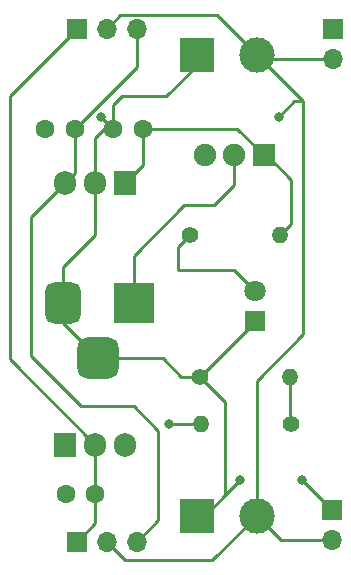
<source format=gtl>
%TF.GenerationSoftware,KiCad,Pcbnew,7.0.6-7.0.6~ubuntu22.10.1*%
%TF.CreationDate,2023-08-25T09:43:34+03:00*%
%TF.ProjectId,Power Supply Module,506f7765-7220-4537-9570-706c79204d6f,rev?*%
%TF.SameCoordinates,Original*%
%TF.FileFunction,Copper,L1,Top*%
%TF.FilePolarity,Positive*%
%FSLAX46Y46*%
G04 Gerber Fmt 4.6, Leading zero omitted, Abs format (unit mm)*
G04 Created by KiCad (PCBNEW 7.0.6-7.0.6~ubuntu22.10.1) date 2023-08-25 09:43:34*
%MOMM*%
%LPD*%
G01*
G04 APERTURE LIST*
G04 Aperture macros list*
%AMRoundRect*
0 Rectangle with rounded corners*
0 $1 Rounding radius*
0 $2 $3 $4 $5 $6 $7 $8 $9 X,Y pos of 4 corners*
0 Add a 4 corners polygon primitive as box body*
4,1,4,$2,$3,$4,$5,$6,$7,$8,$9,$2,$3,0*
0 Add four circle primitives for the rounded corners*
1,1,$1+$1,$2,$3*
1,1,$1+$1,$4,$5*
1,1,$1+$1,$6,$7*
1,1,$1+$1,$8,$9*
0 Add four rect primitives between the rounded corners*
20,1,$1+$1,$2,$3,$4,$5,0*
20,1,$1+$1,$4,$5,$6,$7,0*
20,1,$1+$1,$6,$7,$8,$9,0*
20,1,$1+$1,$8,$9,$2,$3,0*%
G04 Aperture macros list end*
%TA.AperFunction,ComponentPad*%
%ADD10R,1.905000X2.000000*%
%TD*%
%TA.AperFunction,ComponentPad*%
%ADD11O,1.905000X2.000000*%
%TD*%
%TA.AperFunction,ComponentPad*%
%ADD12R,1.900000X1.900000*%
%TD*%
%TA.AperFunction,ComponentPad*%
%ADD13C,1.900000*%
%TD*%
%TA.AperFunction,ComponentPad*%
%ADD14R,1.800000X1.800000*%
%TD*%
%TA.AperFunction,ComponentPad*%
%ADD15C,1.800000*%
%TD*%
%TA.AperFunction,ComponentPad*%
%ADD16C,1.600000*%
%TD*%
%TA.AperFunction,ComponentPad*%
%ADD17C,1.400000*%
%TD*%
%TA.AperFunction,ComponentPad*%
%ADD18O,1.400000X1.400000*%
%TD*%
%TA.AperFunction,ComponentPad*%
%ADD19RoundRect,0.875000X-0.875000X-0.875000X0.875000X-0.875000X0.875000X0.875000X-0.875000X0.875000X0*%
%TD*%
%TA.AperFunction,ComponentPad*%
%ADD20RoundRect,0.750000X-0.750000X-1.000000X0.750000X-1.000000X0.750000X1.000000X-0.750000X1.000000X0*%
%TD*%
%TA.AperFunction,ComponentPad*%
%ADD21R,3.500000X3.500000*%
%TD*%
%TA.AperFunction,ComponentPad*%
%ADD22R,1.700000X1.700000*%
%TD*%
%TA.AperFunction,ComponentPad*%
%ADD23O,1.700000X1.700000*%
%TD*%
%TA.AperFunction,ComponentPad*%
%ADD24C,3.000000*%
%TD*%
%TA.AperFunction,ComponentPad*%
%ADD25R,3.000000X3.000000*%
%TD*%
%TA.AperFunction,ViaPad*%
%ADD26C,0.800000*%
%TD*%
%TA.AperFunction,Conductor*%
%ADD27C,0.250000*%
%TD*%
G04 APERTURE END LIST*
D10*
%TO.P,U2,1,VI*%
%TO.N,/12V*%
X179540000Y-74805000D03*
D11*
%TO.P,U2,2,GND*%
%TO.N,GND*%
X177000000Y-74805000D03*
%TO.P,U2,3,VO*%
%TO.N,/5V*%
X174460000Y-74805000D03*
%TD*%
D12*
%TO.P,S1,1*%
%TO.N,/12V*%
X191250000Y-72500000D03*
D13*
%TO.P,S1,2*%
%TO.N,/PWR_input*%
X188750000Y-72500000D03*
%TO.P,S1,3*%
%TO.N,unconnected-(S1-Pad3)*%
X186250000Y-72500000D03*
%TD*%
D14*
%TO.P,D1,1,K*%
%TO.N,GND*%
X190500000Y-86525000D03*
D15*
%TO.P,D1,2,A*%
%TO.N,Net-(D1-A)*%
X190500000Y-83985000D03*
%TD*%
D16*
%TO.P,C2,1*%
%TO.N,/3.3V*%
X177000000Y-101200000D03*
%TO.P,C2,2*%
%TO.N,GND*%
X174500000Y-101200000D03*
%TD*%
D17*
%TO.P,R1,1*%
%TO.N,Net-(D1-A)*%
X185000000Y-79250000D03*
D18*
%TO.P,R1,2*%
%TO.N,/12V*%
X192620000Y-79250000D03*
%TD*%
D19*
%TO.P,J1,3*%
%TO.N,GND*%
X177250000Y-89700000D03*
D20*
%TO.P,J1,2*%
X174250000Y-85000000D03*
D21*
%TO.P,J1,1*%
%TO.N,/PWR_input*%
X180250000Y-85000000D03*
%TD*%
D10*
%TO.P,U1,1,ADJ*%
%TO.N,Net-(U1-ADJ)*%
X174460000Y-97000000D03*
D11*
%TO.P,U1,2,VO*%
%TO.N,/3.3V*%
X177000000Y-97000000D03*
%TO.P,U1,3,VI*%
%TO.N,/12V*%
X179540000Y-97000000D03*
%TD*%
D22*
%TO.P,J6,1,Pin_1*%
%TO.N,GND*%
X197100000Y-61800000D03*
D23*
%TO.P,J6,2,Pin_2*%
%TO.N,/PWR_input*%
X197100000Y-64340000D03*
%TD*%
D22*
%TO.P,J4,1,Pin_1*%
%TO.N,GND*%
X197000000Y-102525000D03*
D23*
%TO.P,J4,2,Pin_2*%
%TO.N,/PWR_input*%
X197000000Y-105065000D03*
%TD*%
D22*
%TO.P,J3,1,Pin_1*%
%TO.N,/3.3V*%
X175400000Y-61800000D03*
D23*
%TO.P,J3,2,Pin_2*%
%TO.N,/PWR_input*%
X177940000Y-61800000D03*
%TO.P,J3,3,Pin_3*%
%TO.N,/5V*%
X180480000Y-61800000D03*
%TD*%
D24*
%TO.P,J5,2,Pin_2*%
%TO.N,/PWR_input*%
X190640000Y-103000000D03*
D25*
%TO.P,J5,1,Pin_1*%
%TO.N,GND*%
X185560000Y-103000000D03*
%TD*%
D17*
%TO.P,R2,1*%
%TO.N,Net-(U1-ADJ)*%
X193560000Y-95250000D03*
D18*
%TO.P,R2,2*%
%TO.N,/3.3V*%
X185940000Y-95250000D03*
%TD*%
D24*
%TO.P,J2,2,Pin_2*%
%TO.N,/PWR_input*%
X190640000Y-64000000D03*
D25*
%TO.P,J2,1,Pin_1*%
%TO.N,GND*%
X185560000Y-64000000D03*
%TD*%
D17*
%TO.P,R3,1*%
%TO.N,GND*%
X185880000Y-91250000D03*
D18*
%TO.P,R3,2*%
%TO.N,Net-(U1-ADJ)*%
X193500000Y-91250000D03*
%TD*%
D16*
%TO.P,C1,1*%
%TO.N,/12V*%
X181000000Y-70250000D03*
%TO.P,C1,2*%
%TO.N,GND*%
X178500000Y-70250000D03*
%TD*%
%TO.P,C3,1*%
%TO.N,/5V*%
X175250000Y-70250000D03*
%TO.P,C3,2*%
%TO.N,GND*%
X172750000Y-70250000D03*
%TD*%
D22*
%TO.P,J7,1,Pin_1*%
%TO.N,/3.3V*%
X175400000Y-105200000D03*
D23*
%TO.P,J7,2,Pin_2*%
%TO.N,/PWR_input*%
X177940000Y-105200000D03*
%TO.P,J7,3,Pin_3*%
%TO.N,/5V*%
X180480000Y-105200000D03*
%TD*%
D26*
%TO.N,GND*%
X189250000Y-100000000D03*
X194500000Y-100000000D03*
X177500000Y-69250000D03*
%TO.N,/PWR_input*%
X192500000Y-69250000D03*
%TO.N,/3.3V*%
X183250000Y-95250000D03*
%TD*%
D27*
%TO.N,GND*%
X190500000Y-86525000D02*
X190500000Y-86630000D01*
X190500000Y-86630000D02*
X185880000Y-91250000D01*
%TO.N,Net-(D1-A)*%
X184000000Y-80250000D02*
X184000000Y-82250000D01*
X185000000Y-79250000D02*
X184000000Y-80250000D01*
X184000000Y-82250000D02*
X188765000Y-82250000D01*
X188765000Y-82250000D02*
X190500000Y-83985000D01*
%TO.N,GND*%
X197000000Y-102525000D02*
X197000000Y-102500000D01*
X197000000Y-102500000D02*
X194500000Y-100000000D01*
X189250000Y-100000000D02*
X188000000Y-101250000D01*
X188000000Y-93370000D02*
X188000000Y-101250000D01*
X185880000Y-91250000D02*
X188000000Y-93370000D01*
X188000000Y-101250000D02*
X186250000Y-103000000D01*
X186250000Y-103000000D02*
X185560000Y-103000000D01*
X182700000Y-89700000D02*
X184250000Y-91250000D01*
X177250000Y-89700000D02*
X182700000Y-89700000D01*
X184250000Y-91250000D02*
X185880000Y-91250000D01*
X174250000Y-85000000D02*
X174250000Y-86700000D01*
X174250000Y-86700000D02*
X177250000Y-89700000D01*
X177000000Y-74805000D02*
X177000000Y-79250000D01*
X177000000Y-79250000D02*
X174250000Y-82000000D01*
X174250000Y-82000000D02*
X174250000Y-85000000D01*
X178500000Y-70250000D02*
X177500000Y-69250000D01*
X177750000Y-70250000D02*
X177000000Y-71000000D01*
X177000000Y-71000000D02*
X177000000Y-74805000D01*
X178500000Y-70250000D02*
X177750000Y-70250000D01*
X185560000Y-64000000D02*
X185560000Y-64940000D01*
X178500000Y-68250000D02*
X178500000Y-70250000D01*
X185560000Y-64940000D02*
X183000000Y-67500000D01*
X179250000Y-67500000D02*
X178500000Y-68250000D01*
X183000000Y-67500000D02*
X179250000Y-67500000D01*
%TO.N,/PWR_input*%
X193805000Y-67945000D02*
X194585000Y-67945000D01*
X192500000Y-69250000D02*
X193805000Y-67945000D01*
X188750000Y-72500000D02*
X188750000Y-75000000D01*
X188750000Y-75000000D02*
X187000000Y-76750000D01*
X187000000Y-76750000D02*
X184500000Y-76750000D01*
X184500000Y-76750000D02*
X180250000Y-81000000D01*
X180250000Y-81000000D02*
X180250000Y-85000000D01*
X177940000Y-105200000D02*
X179490000Y-106750000D01*
X179490000Y-106750000D02*
X186890000Y-106750000D01*
X186890000Y-106750000D02*
X190640000Y-103000000D01*
%TO.N,/12V*%
X191250000Y-72500000D02*
X191500000Y-72500000D01*
X193560000Y-74560000D02*
X193560000Y-78310000D01*
X191500000Y-72500000D02*
X193560000Y-74560000D01*
X193560000Y-78310000D02*
X192620000Y-79250000D01*
%TO.N,/PWR_input*%
X190640000Y-64000000D02*
X194585000Y-67945000D01*
X190640000Y-91610000D02*
X190640000Y-103000000D01*
X194585000Y-67945000D02*
X194585000Y-87665000D01*
X194585000Y-87665000D02*
X190640000Y-91610000D01*
X190640000Y-103000000D02*
X192705000Y-105065000D01*
X192705000Y-105065000D02*
X197000000Y-105065000D01*
%TO.N,/3.3V*%
X177000000Y-101200000D02*
X177000000Y-103600000D01*
X177000000Y-103600000D02*
X175400000Y-105200000D01*
X177000000Y-101200000D02*
X177000000Y-97000000D01*
X185940000Y-95250000D02*
X183250000Y-95250000D01*
%TO.N,/5V*%
X175750000Y-93750000D02*
X171500000Y-89500000D01*
X180250000Y-93750000D02*
X175750000Y-93750000D01*
X180480000Y-105200000D02*
X182325000Y-103355000D01*
X182325000Y-103355000D02*
X182325000Y-95825000D01*
X182325000Y-95825000D02*
X180250000Y-93750000D01*
X171500000Y-89500000D02*
X171500000Y-77765000D01*
X171500000Y-77765000D02*
X174460000Y-74805000D01*
%TO.N,Net-(U1-ADJ)*%
X193500000Y-91250000D02*
X193500000Y-95190000D01*
X193500000Y-95190000D02*
X193560000Y-95250000D01*
%TO.N,/5V*%
X175250000Y-70250000D02*
X175250000Y-74015000D01*
X175250000Y-74015000D02*
X174460000Y-74805000D01*
%TO.N,/12V*%
X181000000Y-70250000D02*
X181000000Y-73345000D01*
X181000000Y-73345000D02*
X179540000Y-74805000D01*
X181000000Y-70250000D02*
X189000000Y-70250000D01*
X189000000Y-70250000D02*
X191250000Y-72500000D01*
%TO.N,/PWR_input*%
X190640000Y-64000000D02*
X187265000Y-60625000D01*
X187265000Y-60625000D02*
X179115000Y-60625000D01*
X179115000Y-60625000D02*
X177940000Y-61800000D01*
%TO.N,/3.3V*%
X175400000Y-61800000D02*
X169750000Y-67450000D01*
X169750000Y-67450000D02*
X169750000Y-89750000D01*
X169750000Y-89750000D02*
X177000000Y-97000000D01*
%TO.N,/PWR_input*%
X197100000Y-64340000D02*
X190980000Y-64340000D01*
X190980000Y-64340000D02*
X190640000Y-64000000D01*
%TO.N,/5V*%
X180480000Y-61800000D02*
X180480000Y-65020000D01*
X180480000Y-65020000D02*
X175250000Y-70250000D01*
%TD*%
M02*

</source>
